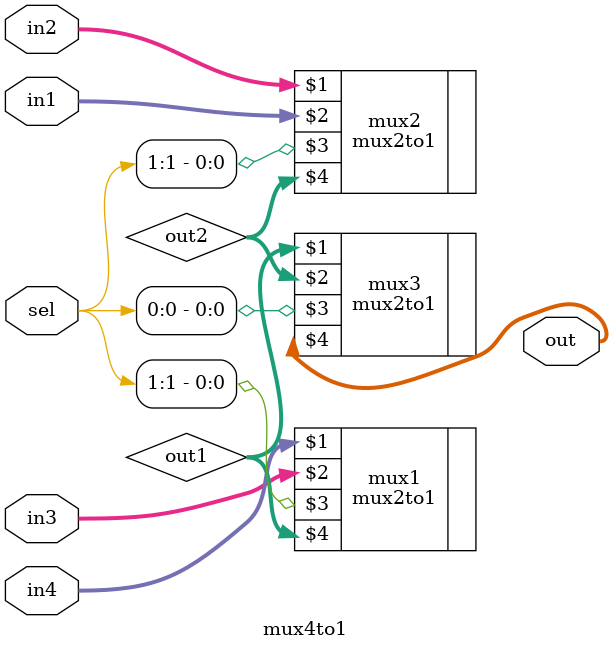
<source format=v>
module mux4to1
  (
  input wire [3:0] in1, in2, in3, in4,
  input wire [1:0]sel,
  output wire [3:0] out
  );
  
  wire [3:0] out1 , out2;
  
  mux2to1 mux1(in4, in3, sel[1], out1);
  mux2to1 mux2(in2, in1, sel[1], out2);
  mux2to1 mux3(out1, out2, sel[0], out);
  
endmodule
</source>
